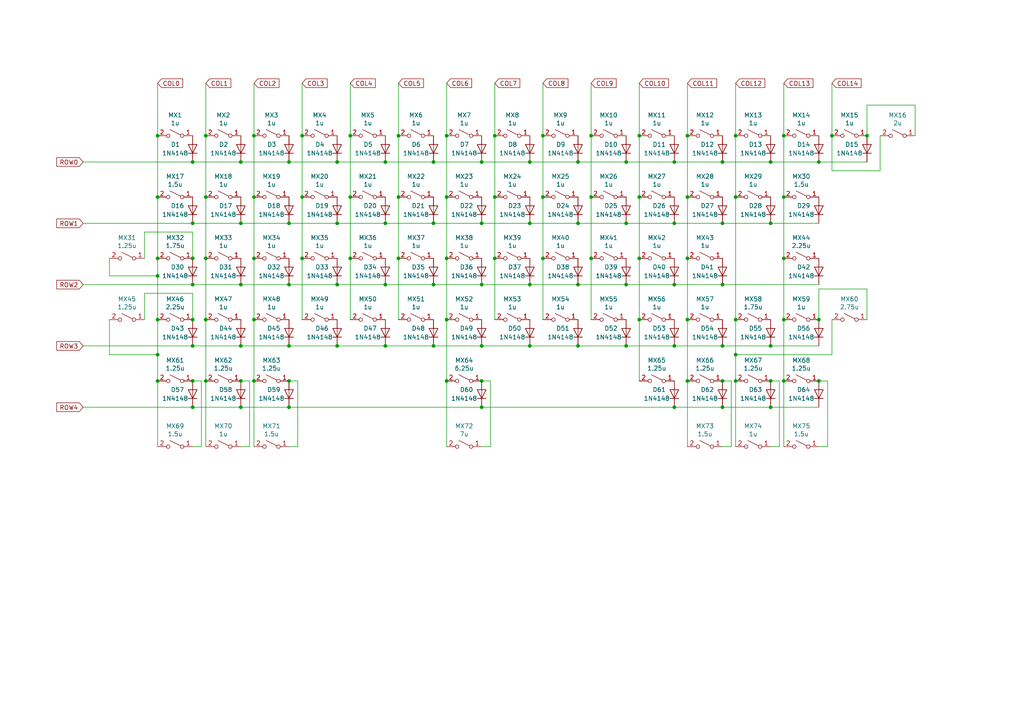
<source format=kicad_sch>
(kicad_sch (version 20210621) (generator eeschema)
  (paper "A4")
  (title_block (title "Bakeneko 60 V3") (date "2020-08-01") (rev "1") (comment 1 "Copyright © 2020 kkatano") (comment 2 "MIT License"))
  (lib_symbols
    (symbol "Device:D" (pin_numbers hide) (pin_names (offset 1.016) hide)
      (property "Reference" "D" (at 0 2.54 0))
      (property "Value" "Device_D" (at 0 -2.54 0))
      (symbol "D_0_1"
        (polyline (pts (xy -1.27 1.27) (xy -1.27 -1.27)) (stroke (width 0.2032)))
        (polyline (pts (xy 1.27 0) (xy -1.27 0)))
        (polyline (pts (xy 1.27 1.27) (xy 1.27 -1.27) (xy -1.27 0) (xy 1.27 1.27)) (stroke (width 0.2032)))
      )
      (symbol "D_1_1"
        (pin passive line (at -3.81 0 0) (length 2.54) (name "K") (number "1"))
        (pin passive line (at 3.81 0 180) (length 2.54) (name "A") (number "2"))
      )
    )
    (symbol "Switch:SW_SPST" (pin_names (offset 0) hide)
      (property "Reference" "SW" (at 0 3.175 0))
      (property "Value" "Switch_SW_SPST" (at 0 -2.54 0))
      (symbol "SW_SPST_0_0"
        (circle (center -2.032 0) (radius 0.508))
        (polyline (pts (xy -1.524 0.254) (xy 1.524 1.778)))
        (circle (center 2.032 0) (radius 0.508))
      )
      (symbol "SW_SPST_1_1"
        (pin passive line (at -5.08 0 0) (length 2.54) (name "A") (number "1"))
        (pin passive line (at 5.08 0 180) (length 2.54) (name "B") (number "2"))
      )
    )
  )
  (junction (at 167.64 64.77))
  (junction (at 101.6 74.93))
  (junction (at 73.66 39.37))
  (junction (at 139.7 100.33))
  (junction (at 45.72 102.87))
  (junction (at 157.48 39.37))
  (junction (at 209.55 46.99))
  (junction (at 55.88 82.55))
  (junction (at 97.79 100.33))
  (junction (at 129.54 39.37))
  (junction (at 237.49 110.49))
  (junction (at 213.36 92.71))
  (junction (at 83.82 82.55))
  (junction (at 139.7 64.77))
  (junction (at 241.3 39.37))
  (junction (at 59.69 74.93))
  (junction (at 139.7 118.11))
  (junction (at 181.61 64.77))
  (junction (at 45.72 39.37))
  (junction (at 223.52 110.49))
  (junction (at 55.88 74.93))
  (junction (at 209.55 100.33))
  (junction (at 111.76 64.77))
  (junction (at 129.54 74.93))
  (junction (at 223.52 100.33))
  (junction (at 55.88 92.71))
  (junction (at 227.33 74.93))
  (junction (at 213.36 102.87))
  (junction (at 73.66 110.49))
  (junction (at 55.88 110.49))
  (junction (at 209.55 82.55))
  (junction (at 55.88 64.77))
  (junction (at 59.69 92.71))
  (junction (at 143.51 39.37))
  (junction (at 101.6 39.37))
  (junction (at 237.49 92.71))
  (junction (at 139.7 82.55))
  (junction (at 101.6 57.15))
  (junction (at 55.88 46.99))
  (junction (at 213.36 39.37))
  (junction (at 195.58 82.55))
  (junction (at 143.51 74.93))
  (junction (at 227.33 57.15))
  (junction (at 209.55 64.77))
  (junction (at 69.85 118.11))
  (junction (at 185.42 57.15))
  (junction (at 97.79 64.77))
  (junction (at 181.61 82.55))
  (junction (at 73.66 92.71))
  (junction (at 199.39 110.49))
  (junction (at 139.7 46.99))
  (junction (at 167.64 46.99))
  (junction (at 181.61 46.99))
  (junction (at 59.69 39.37))
  (junction (at 125.73 100.33))
  (junction (at 87.63 74.93))
  (junction (at 195.58 46.99))
  (junction (at 181.61 100.33))
  (junction (at 69.85 110.49))
  (junction (at 55.88 100.33))
  (junction (at 195.58 64.77))
  (junction (at 59.69 57.15))
  (junction (at 223.52 46.99))
  (junction (at 199.39 39.37))
  (junction (at 97.79 46.99))
  (junction (at 209.55 118.11))
  (junction (at 111.76 46.99))
  (junction (at 45.72 80.01))
  (junction (at 83.82 118.11))
  (junction (at 195.58 118.11))
  (junction (at 87.63 39.37))
  (junction (at 185.42 39.37))
  (junction (at 129.54 110.49))
  (junction (at 167.64 82.55))
  (junction (at 167.64 100.33))
  (junction (at 83.82 110.49))
  (junction (at 73.66 74.93))
  (junction (at 69.85 64.77))
  (junction (at 69.85 100.33))
  (junction (at 237.49 46.99))
  (junction (at 55.88 118.11))
  (junction (at 251.46 39.37))
  (junction (at 213.36 57.15))
  (junction (at 97.79 82.55))
  (junction (at 115.57 57.15))
  (junction (at 157.48 74.93))
  (junction (at 111.76 82.55))
  (junction (at 45.72 92.71))
  (junction (at 69.85 46.99))
  (junction (at 125.73 46.99))
  (junction (at 209.55 110.49))
  (junction (at 153.67 100.33))
  (junction (at 157.48 57.15))
  (junction (at 45.72 110.49))
  (junction (at 199.39 57.15))
  (junction (at 45.72 57.15))
  (junction (at 213.36 110.49))
  (junction (at 171.45 39.37))
  (junction (at 45.72 74.93))
  (junction (at 227.33 39.37))
  (junction (at 185.42 92.71))
  (junction (at 59.69 110.49))
  (junction (at 69.85 82.55))
  (junction (at 111.76 100.33))
  (junction (at 195.58 100.33))
  (junction (at 139.7 110.49))
  (junction (at 115.57 74.93))
  (junction (at 223.52 118.11))
  (junction (at 227.33 110.49))
  (junction (at 125.73 64.77))
  (junction (at 227.33 92.71))
  (junction (at 153.67 46.99))
  (junction (at 153.67 82.55))
  (junction (at 223.52 64.77))
  (junction (at 115.57 39.37))
  (junction (at 83.82 46.99))
  (junction (at 83.82 100.33))
  (junction (at 83.82 64.77))
  (junction (at 87.63 57.15))
  (junction (at 129.54 92.71))
  (junction (at 171.45 57.15))
  (junction (at 199.39 92.71))
  (junction (at 73.66 57.15))
  (junction (at 143.51 57.15))
  (junction (at 153.67 64.77))
  (junction (at 199.39 74.93))
  (junction (at 125.73 82.55))
  (junction (at 129.54 57.15))
  (junction (at 185.42 74.93))
  (junction (at 171.45 74.93))
  (wire (pts (xy 55.88 110.49) (xy 58.42 110.49)))
  (wire (pts (xy 212.09 110.49) (xy 209.55 110.49)))
  (wire (pts (xy 157.48 92.71) (xy 157.48 74.93)))
  (wire (pts (xy 199.39 57.15) (xy 199.39 39.37)))
  (wire (pts (xy 45.72 39.37) (xy 45.72 57.15)))
  (wire (pts (xy 223.52 100.33) (xy 237.49 100.33)))
  (wire (pts (xy 185.42 24.13) (xy 185.42 39.37)))
  (wire (pts (xy 58.42 110.49) (xy 58.42 129.54)))
  (wire (pts (xy 115.57 39.37) (xy 115.57 24.13)))
  (wire (pts (xy 157.48 74.93) (xy 157.48 57.15)))
  (wire (pts (xy 59.69 39.37) (xy 59.69 24.13)))
  (wire (pts (xy 153.67 100.33) (xy 167.64 100.33)))
  (wire (pts (xy 226.06 129.54) (xy 223.52 129.54)))
  (wire (pts (xy 223.52 110.49) (xy 226.06 110.49)))
  (wire (pts (xy 45.72 110.49) (xy 45.72 129.54)))
  (wire (pts (xy 129.54 74.93) (xy 129.54 92.71)))
  (wire (pts (xy 209.55 82.55) (xy 237.49 82.55)))
  (wire (pts (xy 181.61 64.77) (xy 195.58 64.77)))
  (wire (pts (xy 143.51 92.71) (xy 143.51 74.93)))
  (wire (pts (xy 142.24 110.49) (xy 142.24 129.54)))
  (wire (pts (xy 251.46 83.82) (xy 237.49 83.82)))
  (wire (pts (xy 237.49 83.82) (xy 237.49 92.71)))
  (wire (pts (xy 83.82 82.55) (xy 69.85 82.55)))
  (wire (pts (xy 125.73 64.77) (xy 139.7 64.77)))
  (wire (pts (xy 143.51 74.93) (xy 143.51 57.15)))
  (wire (pts (xy 24.13 100.33) (xy 55.88 100.33)))
  (wire (pts (xy 83.82 118.11) (xy 69.85 118.11)))
  (wire (pts (xy 73.66 92.71) (xy 73.66 110.49)))
  (wire (pts (xy 240.03 110.49) (xy 240.03 129.54)))
  (wire (pts (xy 41.91 74.93) (xy 41.91 67.31)))
  (wire (pts (xy 73.66 57.15) (xy 73.66 74.93)))
  (wire (pts (xy 129.54 57.15) (xy 129.54 74.93)))
  (wire (pts (xy 87.63 74.93) (xy 87.63 57.15)))
  (wire (pts (xy 111.76 100.33) (xy 125.73 100.33)))
  (wire (pts (xy 185.42 39.37) (xy 185.42 57.15)))
  (wire (pts (xy 185.42 57.15) (xy 185.42 74.93)))
  (wire (pts (xy 45.72 74.93) (xy 45.72 80.01)))
  (wire (pts (xy 45.72 80.01) (xy 45.72 92.71)))
  (wire (pts (xy 213.36 39.37) (xy 213.36 57.15)))
  (wire (pts (xy 167.64 46.99) (xy 153.67 46.99)))
  (wire (pts (xy 209.55 100.33) (xy 223.52 100.33)))
  (wire (pts (xy 129.54 92.71) (xy 129.54 110.49)))
  (wire (pts (xy 55.88 67.31) (xy 55.88 74.93)))
  (wire (pts (xy 153.67 82.55) (xy 139.7 82.55)))
  (wire (pts (xy 69.85 110.49) (xy 72.39 110.49)))
  (wire (pts (xy 45.72 92.71) (xy 45.72 102.87)))
  (wire (pts (xy 45.72 102.87) (xy 45.72 110.49)))
  (wire (pts (xy 59.69 74.93) (xy 59.69 92.71)))
  (wire (pts (xy 59.69 92.71) (xy 59.69 110.49)))
  (wire (pts (xy 241.3 39.37) (xy 241.3 49.53)))
  (wire (pts (xy 31.75 102.87) (xy 45.72 102.87)))
  (wire (pts (xy 31.75 92.71) (xy 31.75 102.87)))
  (wire (pts (xy 153.67 46.99) (xy 139.7 46.99)))
  (wire (pts (xy 213.36 24.13) (xy 213.36 39.37)))
  (wire (pts (xy 199.39 110.49) (xy 199.39 129.54)))
  (wire (pts (xy 69.85 118.11) (xy 55.88 118.11)))
  (wire (pts (xy 265.43 39.37) (xy 265.43 30.48)))
  (wire (pts (xy 115.57 57.15) (xy 115.57 39.37)))
  (wire (pts (xy 157.48 39.37) (xy 157.48 24.13)))
  (wire (pts (xy 185.42 74.93) (xy 185.42 92.71)))
  (wire (pts (xy 240.03 129.54) (xy 237.49 129.54)))
  (wire (pts (xy 213.36 57.15) (xy 213.36 92.71)))
  (wire (pts (xy 199.39 110.49) (xy 199.39 92.71)))
  (wire (pts (xy 97.79 100.33) (xy 111.76 100.33)))
  (wire (pts (xy 139.7 110.49) (xy 142.24 110.49)))
  (wire (pts (xy 209.55 118.11) (xy 195.58 118.11)))
  (wire (pts (xy 55.88 92.71) (xy 55.88 85.09)))
  (wire (pts (xy 55.88 85.09) (xy 41.91 85.09)))
  (wire (pts (xy 41.91 85.09) (xy 41.91 92.71)))
  (wire (pts (xy 73.66 24.13) (xy 73.66 39.37)))
  (wire (pts (xy 139.7 46.99) (xy 125.73 46.99)))
  (wire (pts (xy 227.33 92.71) (xy 227.33 110.49)))
  (wire (pts (xy 143.51 57.15) (xy 143.51 39.37)))
  (wire (pts (xy 139.7 100.33) (xy 153.67 100.33)))
  (wire (pts (xy 101.6 74.93) (xy 101.6 92.71)))
  (wire (pts (xy 241.3 49.53) (xy 255.27 49.53)))
  (wire (pts (xy 45.72 24.13) (xy 45.72 39.37)))
  (wire (pts (xy 199.39 92.71) (xy 199.39 74.93)))
  (wire (pts (xy 237.49 110.49) (xy 240.03 110.49)))
  (wire (pts (xy 171.45 39.37) (xy 171.45 57.15)))
  (wire (pts (xy 251.46 30.48) (xy 251.46 39.37)))
  (wire (pts (xy 143.51 39.37) (xy 143.51 24.13)))
  (wire (pts (xy 212.09 129.54) (xy 212.09 110.49)))
  (wire (pts (xy 31.75 74.93) (xy 31.75 80.01)))
  (wire (pts (xy 73.66 129.54) (xy 73.66 110.49)))
  (wire (pts (xy 199.39 39.37) (xy 199.39 24.13)))
  (wire (pts (xy 125.73 82.55) (xy 111.76 82.55)))
  (wire (pts (xy 101.6 39.37) (xy 101.6 57.15)))
  (wire (pts (xy 139.7 118.11) (xy 195.58 118.11)))
  (wire (pts (xy 83.82 100.33) (xy 97.79 100.33)))
  (wire (pts (xy 31.75 80.01) (xy 45.72 80.01)))
  (wire (pts (xy 87.63 92.71) (xy 87.63 74.93)))
  (wire (pts (xy 199.39 74.93) (xy 199.39 57.15)))
  (wire (pts (xy 115.57 74.93) (xy 115.57 57.15)))
  (wire (pts (xy 83.82 46.99) (xy 69.85 46.99)))
  (wire (pts (xy 227.33 57.15) (xy 227.33 74.93)))
  (wire (pts (xy 41.91 67.31) (xy 55.88 67.31)))
  (wire (pts (xy 69.85 100.33) (xy 83.82 100.33)))
  (wire (pts (xy 55.88 100.33) (xy 69.85 100.33)))
  (wire (pts (xy 181.61 82.55) (xy 167.64 82.55)))
  (wire (pts (xy 227.33 24.13) (xy 227.33 39.37)))
  (wire (pts (xy 139.7 64.77) (xy 153.67 64.77)))
  (wire (pts (xy 125.73 46.99) (xy 111.76 46.99)))
  (wire (pts (xy 72.39 110.49) (xy 72.39 129.54)))
  (wire (pts (xy 213.36 102.87) (xy 213.36 110.49)))
  (wire (pts (xy 213.36 92.71) (xy 213.36 102.87)))
  (wire (pts (xy 24.13 46.99) (xy 55.88 46.99)))
  (wire (pts (xy 83.82 110.49) (xy 86.36 110.49)))
  (wire (pts (xy 226.06 110.49) (xy 226.06 129.54)))
  (wire (pts (xy 142.24 129.54) (xy 139.7 129.54)))
  (wire (pts (xy 125.73 100.33) (xy 139.7 100.33)))
  (wire (pts (xy 223.52 64.77) (xy 237.49 64.77)))
  (wire (pts (xy 129.54 39.37) (xy 129.54 57.15)))
  (wire (pts (xy 97.79 46.99) (xy 83.82 46.99)))
  (wire (pts (xy 227.33 110.49) (xy 227.33 129.54)))
  (wire (pts (xy 115.57 92.71) (xy 115.57 74.93)))
  (wire (pts (xy 73.66 39.37) (xy 73.66 57.15)))
  (wire (pts (xy 83.82 64.77) (xy 97.79 64.77)))
  (wire (pts (xy 153.67 64.77) (xy 167.64 64.77)))
  (wire (pts (xy 251.46 46.99) (xy 237.49 46.99)))
  (wire (pts (xy 24.13 118.11) (xy 55.88 118.11)))
  (wire (pts (xy 59.69 74.93) (xy 59.69 57.15)))
  (wire (pts (xy 101.6 57.15) (xy 101.6 74.93)))
  (wire (pts (xy 223.52 46.99) (xy 209.55 46.99)))
  (wire (pts (xy 167.64 82.55) (xy 153.67 82.55)))
  (wire (pts (xy 111.76 82.55) (xy 97.79 82.55)))
  (wire (pts (xy 72.39 129.54) (xy 69.85 129.54)))
  (wire (pts (xy 87.63 39.37) (xy 87.63 24.13)))
  (wire (pts (xy 209.55 82.55) (xy 195.58 82.55)))
  (wire (pts (xy 129.54 24.13) (xy 129.54 39.37)))
  (wire (pts (xy 213.36 110.49) (xy 213.36 129.54)))
  (wire (pts (xy 111.76 46.99) (xy 97.79 46.99)))
  (wire (pts (xy 209.55 64.77) (xy 223.52 64.77)))
  (wire (pts (xy 167.64 64.77) (xy 181.61 64.77)))
  (wire (pts (xy 101.6 24.13) (xy 101.6 39.37)))
  (wire (pts (xy 167.64 100.33) (xy 181.61 100.33)))
  (wire (pts (xy 223.52 118.11) (xy 209.55 118.11)))
  (wire (pts (xy 97.79 82.55) (xy 83.82 82.55)))
  (wire (pts (xy 45.72 57.15) (xy 45.72 74.93)))
  (wire (pts (xy 181.61 100.33) (xy 195.58 100.33)))
  (wire (pts (xy 139.7 118.11) (xy 83.82 118.11)))
  (wire (pts (xy 209.55 46.99) (xy 195.58 46.99)))
  (wire (pts (xy 227.33 57.15) (xy 227.33 39.37)))
  (wire (pts (xy 86.36 129.54) (xy 83.82 129.54)))
  (wire (pts (xy 195.58 64.77) (xy 209.55 64.77)))
  (wire (pts (xy 195.58 100.33) (xy 209.55 100.33)))
  (wire (pts (xy 241.3 92.71) (xy 241.3 102.87)))
  (wire (pts (xy 58.42 129.54) (xy 55.88 129.54)))
  (wire (pts (xy 237.49 46.99) (xy 223.52 46.99)))
  (wire (pts (xy 251.46 92.71) (xy 251.46 83.82)))
  (wire (pts (xy 129.54 110.49) (xy 129.54 129.54)))
  (wire (pts (xy 55.88 64.77) (xy 69.85 64.77)))
  (wire (pts (xy 24.13 82.55) (xy 55.88 82.55)))
  (wire (pts (xy 73.66 74.93) (xy 73.66 92.71)))
  (wire (pts (xy 59.69 57.15) (xy 59.69 39.37)))
  (wire (pts (xy 185.42 92.71) (xy 185.42 110.49)))
  (wire (pts (xy 213.36 102.87) (xy 241.3 102.87)))
  (wire (pts (xy 171.45 74.93) (xy 171.45 92.71)))
  (wire (pts (xy 86.36 110.49) (xy 86.36 129.54)))
  (wire (pts (xy 181.61 46.99) (xy 167.64 46.99)))
  (wire (pts (xy 59.69 110.49) (xy 59.69 129.54)))
  (wire (pts (xy 265.43 30.48) (xy 251.46 30.48)))
  (wire (pts (xy 255.27 49.53) (xy 255.27 39.37)))
  (wire (pts (xy 111.76 64.77) (xy 125.73 64.77)))
  (wire (pts (xy 209.55 129.54) (xy 212.09 129.54)))
  (wire (pts (xy 241.3 24.13) (xy 241.3 39.37)))
  (wire (pts (xy 69.85 82.55) (xy 55.88 82.55)))
  (wire (pts (xy 227.33 92.71) (xy 227.33 74.93)))
  (wire (pts (xy 237.49 118.11) (xy 223.52 118.11)))
  (wire (pts (xy 139.7 82.55) (xy 125.73 82.55)))
  (wire (pts (xy 55.88 64.77) (xy 24.13 64.77)))
  (wire (pts (xy 195.58 82.55) (xy 181.61 82.55)))
  (wire (pts (xy 171.45 57.15) (xy 171.45 74.93)))
  (wire (pts (xy 69.85 64.77) (xy 83.82 64.77)))
  (wire (pts (xy 97.79 64.77) (xy 111.76 64.77)))
  (wire (pts (xy 195.58 46.99) (xy 181.61 46.99)))
  (wire (pts (xy 157.48 57.15) (xy 157.48 39.37)))
  (wire (pts (xy 69.85 46.99) (xy 55.88 46.99)))
  (wire (pts (xy 87.63 57.15) (xy 87.63 39.37)))
  (wire (pts (xy 171.45 24.13) (xy 171.45 39.37)))
  (global_label "ROW4" (shape input) (at 24.13 118.11 180) (property "Intersheet References" "${INTERSHEET_REFS}" (effects hide)))
  (global_label "COL7" (shape input) (at 143.51 24.13 0) (property "Intersheet References" "${INTERSHEET_REFS}" (effects hide)))
  (global_label "ROW1" (shape input) (at 24.13 64.77 180) (property "Intersheet References" "${INTERSHEET_REFS}" (effects hide)))
  (global_label "COL13" (shape input) (at 227.33 24.13 0) (property "Intersheet References" "${INTERSHEET_REFS}" (effects hide)))
  (global_label "COL11" (shape input) (at 199.39 24.13 0) (property "Intersheet References" "${INTERSHEET_REFS}" (effects hide)))
  (global_label "COL1" (shape input) (at 59.69 24.13 0) (property "Intersheet References" "${INTERSHEET_REFS}" (effects hide)))
  (global_label "COL0" (shape input) (at 45.72 24.13 0) (property "Intersheet References" "${INTERSHEET_REFS}" (effects hide)))
  (global_label "COL3" (shape input) (at 87.63 24.13 0) (property "Intersheet References" "${INTERSHEET_REFS}" (effects hide)))
  (global_label "ROW3" (shape input) (at 24.13 100.33 180) (property "Intersheet References" "${INTERSHEET_REFS}" (effects hide)))
  (global_label "COL4" (shape input) (at 101.6 24.13 0) (property "Intersheet References" "${INTERSHEET_REFS}" (effects hide)))
  (global_label "COL12" (shape input) (at 213.36 24.13 0) (property "Intersheet References" "${INTERSHEET_REFS}" (effects hide)))
  (global_label "COL8" (shape input) (at 157.48 24.13 0) (property "Intersheet References" "${INTERSHEET_REFS}" (effects hide)))
  (global_label "COL2" (shape input) (at 73.66 24.13 0) (property "Intersheet References" "${INTERSHEET_REFS}" (effects hide)))
  (global_label "ROW2" (shape input) (at 24.13 82.55 180) (property "Intersheet References" "${INTERSHEET_REFS}" (effects hide)))
  (global_label "COL10" (shape input) (at 185.42 24.13 0) (property "Intersheet References" "${INTERSHEET_REFS}" (effects hide)))
  (global_label "COL6" (shape input) (at 129.54 24.13 0) (property "Intersheet References" "${INTERSHEET_REFS}" (effects hide)))
  (global_label "COL14" (shape input) (at 241.3 24.13 0) (property "Intersheet References" "${INTERSHEET_REFS}" (effects hide)))
  (global_label "ROW0" (shape input) (at 24.13 46.99 180) (property "Intersheet References" "${INTERSHEET_REFS}" (effects hide)))
  (global_label "COL5" (shape input) (at 115.57 24.13 0) (property "Intersheet References" "${INTERSHEET_REFS}" (effects hide)))
  (global_label "COL9" (shape input) (at 171.45 24.13 0) (property "Intersheet References" "${INTERSHEET_REFS}" (effects hide)))
  (symbol (lib_id "Switch:SW_SPST") (at 246.38 92.71 0) (mirror y) (unit 1)
    (property "Reference" "MX60" (at 246.38 86.741 0))
    (property "Value" "2.75u" (at 246.38 89.0524 0))
    (property "Footprint" "MX_Only:MXOnly-2.75U-Hotswap" (effects hide))
  )
  (symbol (lib_id "Switch:SW_SPST") (at 218.44 129.54 0) (mirror y) (unit 1)
    (property "Reference" "MX74" (at 218.44 123.571 0))
    (property "Value" "1u" (at 218.44 125.8824 0))
    (property "Footprint" "MX_Only:MXOnly-1U-Hotswap" (effects hide))
  )
  (symbol (lib_id "Switch:SW_SPST") (at 232.41 129.54 0) (mirror y) (unit 1)
    (property "Reference" "MX75" (at 232.41 123.571 0))
    (property "Value" "1.5u" (at 232.41 125.8824 0))
    (property "Footprint" "MX_Only:MXOnly-1.5U-Hotswap" (effects hide))
  )
  (symbol (lib_id "Switch:SW_SPST") (at 134.62 129.54 0) (mirror y) (unit 1)
    (property "Reference" "MX72" (at 134.62 123.571 0))
    (property "Value" "7u" (at 134.62 125.8824 0))
    (property "Footprint" "MX_Only:MXOnly-7U-Hotswap" (effects hide))
  )
  (symbol (lib_id "Switch:SW_SPST") (at 50.8 129.54 0) (mirror y) (unit 1)
    (property "Reference" "MX69" (at 50.8 123.571 0))
    (property "Value" "1.5u" (at 50.8 125.8824 0))
    (property "Footprint" "MX_Only:MXOnly-1.5U-Hotswap" (effects hide))
  )
  (symbol (lib_id "Switch:SW_SPST") (at 64.77 129.54 0) (mirror y) (unit 1)
    (property "Reference" "MX70" (at 64.77 123.571 0))
    (property "Value" "1u" (at 64.77 125.8824 0))
    (property "Footprint" "MX_Only:MXOnly-1U-Hotswap" (effects hide))
  )
  (symbol (lib_id "Switch:SW_SPST") (at 78.74 129.54 0) (mirror y) (unit 1)
    (property "Reference" "MX71" (at 78.74 123.571 0))
    (property "Value" "1.5u" (at 78.74 125.8824 0))
    (property "Footprint" "MX_Only:MXOnly-1.5U-Hotswap" (effects hide))
  )
  (symbol (lib_id "Switch:SW_SPST") (at 50.8 57.15 0) (mirror y) (unit 1)
    (property "Reference" "MX17" (at 50.8 51.181 0))
    (property "Value" "1.5u" (at 50.8 53.4924 0))
    (property "Footprint" "MX_Only:MXOnly-1.5U-Hotswap" (effects hide))
  )
  (symbol (lib_id "Switch:SW_SPST") (at 106.68 39.37 0) (mirror y) (unit 1)
    (property "Reference" "MX5" (at 106.68 33.401 0))
    (property "Value" "1u" (at 106.68 35.7124 0))
    (property "Footprint" "MX_Only:MXOnly-1U-Hotswap" (effects hide))
  )
  (symbol (lib_id "Switch:SW_SPST") (at 36.83 74.93 0) (mirror y) (unit 1)
    (property "Reference" "MX31" (at 36.83 68.961 0))
    (property "Value" "1.25u" (at 36.83 71.2724 0))
    (property "Footprint" "MX_Only:MXOnly-1.25U-Hotswap" (effects hide))
  )
  (symbol (lib_id "Switch:SW_SPST") (at 260.35 39.37 0) (mirror y) (unit 1)
    (property "Reference" "MX16" (at 260.35 33.401 0))
    (property "Value" "2u" (at 260.35 35.7124 0))
    (property "Footprint" "MX_Only:MXOnly-2U-Hotswap" (effects hide))
  )
  (symbol (lib_id "Switch:SW_SPST") (at 204.47 129.54 0) (mirror y) (unit 1)
    (property "Reference" "MX73" (at 204.47 123.571 0))
    (property "Value" "1.5u" (at 204.47 125.8824 0))
    (property "Footprint" "MX_Only:MXOnly-1.5U-Hotswap" (effects hide))
  )
  (symbol (lib_id "Switch:SW_SPST") (at 50.8 74.93 0) (mirror y) (unit 1)
    (property "Reference" "MX32" (at 50.8 68.961 0))
    (property "Value" "1.75u" (at 50.8 71.2724 0))
    (property "Footprint" "MX_Only:MXOnly-1.75U-Hotswap" (effects hide))
  )
  (symbol (lib_id "Switch:SW_SPST") (at 50.8 92.71 0) (mirror y) (unit 1)
    (property "Reference" "MX46" (at 50.8 86.741 0))
    (property "Value" "2.25u" (at 50.8 89.0524 0))
    (property "Footprint" "MX_Only:MXOnly-2.25U-Hotswap" (effects hide))
  )
  (symbol (lib_id "Device:D") (at 237.49 114.3 90) (unit 1)
    (property "Reference" "D64" (at 231.14 113.03 90) (effects (justify right)))
    (property "Value" "1N4148" (at 228.6 115.57 90) (effects (justify right)))
    (property "Footprint" "Diode_SMD:D_SOD-123" (effects hide))
    (property "LCSC Part #" "C81598" (effects hide))
  )
  (symbol (lib_id "Switch:SW_SPST") (at 232.41 110.49 0) (mirror y) (unit 1)
    (property "Reference" "MX68" (at 232.41 104.521 0))
    (property "Value" "1.25u" (at 232.41 106.8324 0))
    (property "Footprint" "MX_Only:MXOnly-1.25U-Hotswap" (effects hide))
  )
  (symbol (lib_id "Device:D") (at 223.52 114.3 90) (unit 1)
    (property "Reference" "D63" (at 217.17 113.03 90) (effects (justify right)))
    (property "Value" "1N4148" (at 214.63 115.57 90) (effects (justify right)))
    (property "Footprint" "Diode_SMD:D_SOD-123" (effects hide))
    (property "LCSC Part #" "C81598" (effects hide))
  )
  (symbol (lib_id "Switch:SW_SPST") (at 218.44 110.49 0) (mirror y) (unit 1)
    (property "Reference" "MX67" (at 218.44 104.521 0))
    (property "Value" "1.25u" (at 218.44 106.8324 0))
    (property "Footprint" "MX_Only:MXOnly-1.25U-Hotswap" (effects hide))
  )
  (symbol (lib_id "Device:D") (at 209.55 114.3 90) (unit 1)
    (property "Reference" "D62" (at 203.2 113.03 90) (effects (justify right)))
    (property "Value" "1N4148" (at 200.66 115.57 90) (effects (justify right)))
    (property "Footprint" "Diode_SMD:D_SOD-123" (effects hide))
    (property "LCSC Part #" "C81598" (effects hide))
  )
  (symbol (lib_id "Switch:SW_SPST") (at 204.47 110.49 0) (mirror y) (unit 1)
    (property "Reference" "MX66" (at 204.47 104.521 0))
    (property "Value" "1.25u" (at 204.47 106.8324 0))
    (property "Footprint" "MX_Only:MXOnly-1.25U-Hotswap" (effects hide))
  )
  (symbol (lib_id "Device:D") (at 195.58 114.3 90) (unit 1)
    (property "Reference" "D61" (at 189.23 113.03 90) (effects (justify right)))
    (property "Value" "1N4148" (at 186.69 115.57 90) (effects (justify right)))
    (property "Footprint" "Diode_SMD:D_SOD-123" (effects hide))
    (property "LCSC Part #" "C81598" (effects hide))
  )
  (symbol (lib_id "Switch:SW_SPST") (at 190.5 110.49 0) (mirror y) (unit 1)
    (property "Reference" "MX65" (at 190.5 104.521 0))
    (property "Value" "1.25u" (at 190.5 106.8324 0))
    (property "Footprint" "MX_Only:MXOnly-1.25U-Hotswap" (effects hide))
  )
  (symbol (lib_id "Device:D") (at 139.7 114.3 90) (unit 1)
    (property "Reference" "D60" (at 133.35 113.03 90) (effects (justify right)))
    (property "Value" "1N4148" (at 130.81 115.57 90) (effects (justify right)))
    (property "Footprint" "Diode_SMD:D_SOD-123" (effects hide))
    (property "LCSC Part #" "C81598" (effects hide))
  )
  (symbol (lib_id "Switch:SW_SPST") (at 134.62 110.49 0) (mirror y) (unit 1)
    (property "Reference" "MX64" (at 134.62 104.521 0))
    (property "Value" "6.25u" (at 134.62 106.8324 0))
    (property "Footprint" "MX_Only:MXOnly-6.25U-Hotswap-ReversedStabilizers" (effects hide))
  )
  (symbol (lib_id "Device:D") (at 83.82 114.3 90) (unit 1)
    (property "Reference" "D59" (at 77.47 113.03 90) (effects (justify right)))
    (property "Value" "1N4148" (at 74.93 115.57 90) (effects (justify right)))
    (property "Footprint" "Diode_SMD:D_SOD-123" (effects hide))
    (property "LCSC Part #" "C81598" (effects hide))
  )
  (symbol (lib_id "Switch:SW_SPST") (at 78.74 110.49 0) (mirror y) (unit 1)
    (property "Reference" "MX63" (at 78.74 104.521 0))
    (property "Value" "1.25u" (at 78.74 106.8324 0))
    (property "Footprint" "MX_Only:MXOnly-1.25U-Hotswap" (effects hide))
  )
  (symbol (lib_id "Device:D") (at 69.85 114.3 90) (unit 1)
    (property "Reference" "D58" (at 63.5 113.03 90) (effects (justify right)))
    (property "Value" "1N4148" (at 60.96 115.57 90) (effects (justify right)))
    (property "Footprint" "Diode_SMD:D_SOD-123" (effects hide))
    (property "LCSC Part #" "C81598" (effects hide))
  )
  (symbol (lib_id "Switch:SW_SPST") (at 64.77 110.49 0) (mirror y) (unit 1)
    (property "Reference" "MX62" (at 64.77 104.521 0))
    (property "Value" "1.25u" (at 64.77 106.8324 0))
    (property "Footprint" "MX_Only:MXOnly-1.25U-Hotswap" (effects hide))
  )
  (symbol (lib_id "Device:D") (at 55.88 114.3 90) (unit 1)
    (property "Reference" "D57" (at 49.53 113.03 90) (effects (justify right)))
    (property "Value" "1N4148" (at 46.99 115.57 90) (effects (justify right)))
    (property "Footprint" "Diode_SMD:D_SOD-123" (effects hide))
    (property "LCSC Part #" "C81598" (effects hide))
  )
  (symbol (lib_id "Switch:SW_SPST") (at 50.8 110.49 0) (mirror y) (unit 1)
    (property "Reference" "MX61" (at 50.8 104.521 0))
    (property "Value" "1.25u" (at 50.8 106.8324 0))
    (property "Footprint" "MX_Only:MXOnly-1.25U-Hotswap" (effects hide))
  )
  (symbol (lib_id "Device:D") (at 237.49 96.52 90) (unit 1)
    (property "Reference" "D56" (at 231.14 95.25 90) (effects (justify right)))
    (property "Value" "1N4148" (at 228.6 97.79 90) (effects (justify right)))
    (property "Footprint" "Diode_SMD:D_SOD-123" (effects hide))
    (property "LCSC Part #" "C81598" (effects hide))
  )
  (symbol (lib_id "Switch:SW_SPST") (at 232.41 92.71 0) (mirror y) (unit 1)
    (property "Reference" "MX59" (at 232.41 86.741 0))
    (property "Value" "1u" (at 232.41 89.0524 0))
    (property "Footprint" "MX_Only:MXOnly-1U-Hotswap" (effects hide))
  )
  (symbol (lib_id "Device:D") (at 223.52 96.52 90) (unit 1)
    (property "Reference" "D55" (at 217.17 95.25 90) (effects (justify right)))
    (property "Value" "1N4148" (at 214.63 97.79 90) (effects (justify right)))
    (property "Footprint" "Diode_SMD:D_SOD-123" (effects hide))
    (property "LCSC Part #" "C81598" (effects hide))
  )
  (symbol (lib_id "Switch:SW_SPST") (at 218.44 92.71 0) (mirror y) (unit 1)
    (property "Reference" "MX58" (at 218.44 86.741 0))
    (property "Value" "1.75u" (at 218.44 89.0524 0))
    (property "Footprint" "MX_Only:MXOnly-1.75U-Hotswap" (effects hide))
  )
  (symbol (lib_id "Device:D") (at 209.55 96.52 90) (unit 1)
    (property "Reference" "D54" (at 203.2 95.25 90) (effects (justify right)))
    (property "Value" "1N4148" (at 200.66 97.79 90) (effects (justify right)))
    (property "Footprint" "Diode_SMD:D_SOD-123" (effects hide))
    (property "LCSC Part #" "C81598" (effects hide))
  )
  (symbol (lib_id "Switch:SW_SPST") (at 204.47 92.71 0) (mirror y) (unit 1)
    (property "Reference" "MX57" (at 204.47 86.741 0))
    (property "Value" "1u" (at 204.47 89.0524 0))
    (property "Footprint" "MX_Only:MXOnly-1U-Hotswap" (effects hide))
  )
  (symbol (lib_id "Device:D") (at 195.58 96.52 90) (unit 1)
    (property "Reference" "D53" (at 189.23 95.25 90) (effects (justify right)))
    (property "Value" "1N4148" (at 186.69 97.79 90) (effects (justify right)))
    (property "Footprint" "Diode_SMD:D_SOD-123" (effects hide))
    (property "LCSC Part #" "C81598" (effects hide))
  )
  (symbol (lib_id "Switch:SW_SPST") (at 190.5 92.71 0) (mirror y) (unit 1)
    (property "Reference" "MX56" (at 190.5 86.741 0))
    (property "Value" "1u" (at 190.5 89.0524 0))
    (property "Footprint" "MX_Only:MXOnly-1U-Hotswap" (effects hide))
  )
  (symbol (lib_id "Device:D") (at 181.61 96.52 90) (unit 1)
    (property "Reference" "D52" (at 175.26 95.25 90) (effects (justify right)))
    (property "Value" "1N4148" (at 172.72 97.79 90) (effects (justify right)))
    (property "Footprint" "Diode_SMD:D_SOD-123" (effects hide))
    (property "LCSC Part #" "C81598" (effects hide))
  )
  (symbol (lib_id "Switch:SW_SPST") (at 176.53 92.71 0) (mirror y) (unit 1)
    (property "Reference" "MX55" (at 176.53 86.741 0))
    (property "Value" "1u" (at 176.53 89.0524 0))
    (property "Footprint" "MX_Only:MXOnly-1U-Hotswap" (effects hide))
  )
  (symbol (lib_id "Device:D") (at 167.64 96.52 90) (unit 1)
    (property "Reference" "D51" (at 161.29 95.25 90) (effects (justify right)))
    (property "Value" "1N4148" (at 158.75 97.79 90) (effects (justify right)))
    (property "Footprint" "Diode_SMD:D_SOD-123" (effects hide))
    (property "LCSC Part #" "C81598" (effects hide))
  )
  (symbol (lib_id "Switch:SW_SPST") (at 162.56 92.71 0) (mirror y) (unit 1)
    (property "Reference" "MX54" (at 162.56 86.741 0))
    (property "Value" "1u" (at 162.56 89.0524 0))
    (property "Footprint" "MX_Only:MXOnly-1U-Hotswap" (effects hide))
  )
  (symbol (lib_id "Device:D") (at 153.67 96.52 90) (unit 1)
    (property "Reference" "D50" (at 147.32 95.25 90) (effects (justify right)))
    (property "Value" "1N4148" (at 144.78 97.79 90) (effects (justify right)))
    (property "Footprint" "Diode_SMD:D_SOD-123" (effects hide))
    (property "LCSC Part #" "C81598" (effects hide))
  )
  (symbol (lib_id "Switch:SW_SPST") (at 148.59 92.71 0) (mirror y) (unit 1)
    (property "Reference" "MX53" (at 148.59 86.741 0))
    (property "Value" "1u" (at 148.59 89.0524 0))
    (property "Footprint" "MX_Only:MXOnly-1U-Hotswap" (effects hide))
  )
  (symbol (lib_id "Device:D") (at 139.7 96.52 90) (unit 1)
    (property "Reference" "D49" (at 133.35 95.25 90) (effects (justify right)))
    (property "Value" "1N4148" (at 130.81 97.79 90) (effects (justify right)))
    (property "Footprint" "Diode_SMD:D_SOD-123" (effects hide))
    (property "LCSC Part #" "C81598" (effects hide))
  )
  (symbol (lib_id "Switch:SW_SPST") (at 134.62 92.71 0) (mirror y) (unit 1)
    (property "Reference" "MX52" (at 134.62 86.741 0))
    (property "Value" "1u" (at 134.62 89.0524 0))
    (property "Footprint" "MX_Only:MXOnly-1U-Hotswap" (effects hide))
  )
  (symbol (lib_id "Device:D") (at 125.73 96.52 90) (unit 1)
    (property "Reference" "D48" (at 119.38 95.25 90) (effects (justify right)))
    (property "Value" "1N4148" (at 116.84 97.79 90) (effects (justify right)))
    (property "Footprint" "Diode_SMD:D_SOD-123" (effects hide))
    (property "LCSC Part #" "C81598" (effects hide))
  )
  (symbol (lib_id "Switch:SW_SPST") (at 120.65 92.71 0) (mirror y) (unit 1)
    (property "Reference" "MX51" (at 120.65 86.741 0))
    (property "Value" "1u" (at 120.65 89.0524 0))
    (property "Footprint" "MX_Only:MXOnly-1U-Hotswap" (effects hide))
  )
  (symbol (lib_id "Device:D") (at 111.76 96.52 90) (unit 1)
    (property "Reference" "D47" (at 105.41 95.25 90) (effects (justify right)))
    (property "Value" "1N4148" (at 102.87 97.79 90) (effects (justify right)))
    (property "Footprint" "Diode_SMD:D_SOD-123" (effects hide))
    (property "LCSC Part #" "C81598" (effects hide))
  )
  (symbol (lib_id "Switch:SW_SPST") (at 106.68 92.71 0) (mirror y) (unit 1)
    (property "Reference" "MX50" (at 106.68 86.741 0))
    (property "Value" "1u" (at 106.68 89.0524 0))
    (property "Footprint" "MX_Only:MXOnly-1U-Hotswap" (effects hide))
  )
  (symbol (lib_id "Device:D") (at 97.79 96.52 90) (unit 1)
    (property "Reference" "D46" (at 91.44 95.25 90) (effects (justify right)))
    (property "Value" "1N4148" (at 88.9 97.79 90) (effects (justify right)))
    (property "Footprint" "Diode_SMD:D_SOD-123" (effects hide))
    (property "LCSC Part #" "C81598" (effects hide))
  )
  (symbol (lib_id "Switch:SW_SPST") (at 92.71 92.71 0) (mirror y) (unit 1)
    (property "Reference" "MX49" (at 92.71 86.741 0))
    (property "Value" "1u" (at 92.71 89.0524 0))
    (property "Footprint" "MX_Only:MXOnly-1U-Hotswap" (effects hide))
  )
  (symbol (lib_id "Device:D") (at 83.82 96.52 90) (unit 1)
    (property "Reference" "D45" (at 77.47 95.25 90) (effects (justify right)))
    (property "Value" "1N4148" (at 74.93 97.79 90) (effects (justify right)))
    (property "Footprint" "Diode_SMD:D_SOD-123" (effects hide))
    (property "LCSC Part #" "C81598" (effects hide))
  )
  (symbol (lib_id "Switch:SW_SPST") (at 78.74 92.71 0) (mirror y) (unit 1)
    (property "Reference" "MX48" (at 78.74 86.741 0))
    (property "Value" "1u" (at 78.74 89.0524 0))
    (property "Footprint" "MX_Only:MXOnly-1U-Hotswap" (effects hide))
  )
  (symbol (lib_id "Device:D") (at 55.88 96.52 90) (unit 1)
    (property "Reference" "D43" (at 49.53 95.25 90) (effects (justify right)))
    (property "Value" "1N4148" (at 46.99 97.79 90) (effects (justify right)))
    (property "Footprint" "Diode_SMD:D_SOD-123" (effects hide))
    (property "LCSC Part #" "C81598" (effects hide))
  )
  (symbol (lib_id "Device:D") (at 237.49 78.74 90) (unit 1)
    (property "Reference" "D42" (at 231.14 77.47 90) (effects (justify right)))
    (property "Value" "1N4148" (at 228.6 80.01 90) (effects (justify right)))
    (property "Footprint" "Diode_SMD:D_SOD-123" (effects hide))
    (property "LCSC Part #" "C81598" (effects hide))
  )
  (symbol (lib_id "Switch:SW_SPST") (at 232.41 74.93 0) (mirror y) (unit 1)
    (property "Reference" "MX44" (at 232.41 68.961 0))
    (property "Value" "2.25u" (at 232.41 71.2724 0))
    (property "Footprint" "MX_Only:MXOnly-2.25U-Hotswap" (effects hide))
  )
  (symbol (lib_id "Device:D") (at 209.55 78.74 90) (unit 1)
    (property "Reference" "D41" (at 203.2 77.47 90) (effects (justify right)))
    (property "Value" "1N4148" (at 200.66 80.01 90) (effects (justify right)))
    (property "Footprint" "Diode_SMD:D_SOD-123" (effects hide))
    (property "LCSC Part #" "C81598" (effects hide))
  )
  (symbol (lib_id "Switch:SW_SPST") (at 204.47 74.93 0) (mirror y) (unit 1)
    (property "Reference" "MX43" (at 204.47 68.961 0))
    (property "Value" "1u" (at 204.47 71.2724 0))
    (property "Footprint" "MX_Only:MXOnly-1U-Hotswap" (effects hide))
  )
  (symbol (lib_id "Device:D") (at 195.58 78.74 90) (unit 1)
    (property "Reference" "D40" (at 189.23 77.47 90) (effects (justify right)))
    (property "Value" "1N4148" (at 186.69 80.01 90) (effects (justify right)))
    (property "Footprint" "Diode_SMD:D_SOD-123" (effects hide))
    (property "LCSC Part #" "C81598" (effects hide))
  )
  (symbol (lib_id "Switch:SW_SPST") (at 190.5 74.93 0) (mirror y) (unit 1)
    (property "Reference" "MX42" (at 190.5 68.961 0))
    (property "Value" "1u" (at 190.5 71.2724 0))
    (property "Footprint" "MX_Only:MXOnly-1U-Hotswap" (effects hide))
  )
  (symbol (lib_id "Device:D") (at 181.61 78.74 90) (unit 1)
    (property "Reference" "D39" (at 175.26 77.47 90) (effects (justify right)))
    (property "Value" "1N4148" (at 172.72 80.01 90) (effects (justify right)))
    (property "Footprint" "Diode_SMD:D_SOD-123" (effects hide))
    (property "LCSC Part #" "C81598" (effects hide))
  )
  (symbol (lib_id "Switch:SW_SPST") (at 176.53 74.93 0) (mirror y) (unit 1)
    (property "Reference" "MX41" (at 176.53 68.961 0))
    (property "Value" "1u" (at 176.53 71.2724 0))
    (property "Footprint" "MX_Only:MXOnly-1U-Hotswap" (effects hide))
  )
  (symbol (lib_id "Device:D") (at 167.64 78.74 90) (unit 1)
    (property "Reference" "D38" (at 161.29 77.47 90) (effects (justify right)))
    (property "Value" "1N4148" (at 158.75 80.01 90) (effects (justify right)))
    (property "Footprint" "Diode_SMD:D_SOD-123" (effects hide))
    (property "LCSC Part #" "C81598" (effects hide))
  )
  (symbol (lib_id "Switch:SW_SPST") (at 162.56 74.93 0) (mirror y) (unit 1)
    (property "Reference" "MX40" (at 162.56 68.961 0))
    (property "Value" "1u" (at 162.56 71.2724 0))
    (property "Footprint" "MX_Only:MXOnly-1U-Hotswap" (effects hide))
  )
  (symbol (lib_id "Device:D") (at 153.67 78.74 90) (unit 1)
    (property "Reference" "D37" (at 147.32 77.47 90) (effects (justify right)))
    (property "Value" "1N4148" (at 144.78 80.01 90) (effects (justify right)))
    (property "Footprint" "Diode_SMD:D_SOD-123" (effects hide))
    (property "LCSC Part #" "C81598" (effects hide))
  )
  (symbol (lib_id "Switch:SW_SPST") (at 148.59 74.93 0) (mirror y) (unit 1)
    (property "Reference" "MX39" (at 148.59 68.961 0))
    (property "Value" "1u" (at 148.59 71.2724 0))
    (property "Footprint" "MX_Only:MXOnly-1U-Hotswap" (effects hide))
  )
  (symbol (lib_id "Device:D") (at 139.7 78.74 90) (unit 1)
    (property "Reference" "D36" (at 133.35 77.47 90) (effects (justify right)))
    (property "Value" "1N4148" (at 130.81 80.01 90) (effects (justify right)))
    (property "Footprint" "Diode_SMD:D_SOD-123" (effects hide))
    (property "LCSC Part #" "C81598" (effects hide))
  )
  (symbol (lib_id "Switch:SW_SPST") (at 134.62 74.93 0) (mirror y) (unit 1)
    (property "Reference" "MX38" (at 134.62 68.961 0))
    (property "Value" "1u" (at 134.62 71.2724 0))
    (property "Footprint" "MX_Only:MXOnly-1U-Hotswap" (effects hide))
  )
  (symbol (lib_id "Device:D") (at 125.73 78.74 90) (unit 1)
    (property "Reference" "D35" (at 119.38 77.47 90) (effects (justify right)))
    (property "Value" "1N4148" (at 116.84 80.01 90) (effects (justify right)))
    (property "Footprint" "Diode_SMD:D_SOD-123" (effects hide))
    (property "LCSC Part #" "C81598" (effects hide))
  )
  (symbol (lib_id "Switch:SW_SPST") (at 120.65 74.93 0) (mirror y) (unit 1)
    (property "Reference" "MX37" (at 120.65 68.961 0))
    (property "Value" "1u" (at 120.65 71.2724 0))
    (property "Footprint" "MX_Only:MXOnly-1U-Hotswap" (effects hide))
  )
  (symbol (lib_id "Device:D") (at 111.76 78.74 90) (unit 1)
    (property "Reference" "D34" (at 105.41 77.47 90) (effects (justify right)))
    (property "Value" "1N4148" (at 102.87 80.01 90) (effects (justify right)))
    (property "Footprint" "Diode_SMD:D_SOD-123" (effects hide))
    (property "LCSC Part #" "C81598" (effects hide))
  )
  (symbol (lib_id "Switch:SW_SPST") (at 106.68 74.93 0) (mirror y) (unit 1)
    (property "Reference" "MX36" (at 106.68 68.961 0))
    (property "Value" "1u" (at 106.68 71.2724 0))
    (property "Footprint" "MX_Only:MXOnly-1U-Hotswap" (effects hide))
  )
  (symbol (lib_id "Device:D") (at 97.79 78.74 90) (unit 1)
    (property "Reference" "D33" (at 91.44 77.47 90) (effects (justify right)))
    (property "Value" "1N4148" (at 88.9 80.01 90) (effects (justify right)))
    (property "Footprint" "Diode_SMD:D_SOD-123" (effects hide))
    (property "LCSC Part #" "C81598" (effects hide))
  )
  (symbol (lib_id "Switch:SW_SPST") (at 92.71 74.93 0) (mirror y) (unit 1)
    (property "Reference" "MX35" (at 92.71 68.961 0))
    (property "Value" "1u" (at 92.71 71.2724 0))
    (property "Footprint" "MX_Only:MXOnly-1U-Hotswap" (effects hide))
  )
  (symbol (lib_id "Device:D") (at 83.82 78.74 90) (unit 1)
    (property "Reference" "D32" (at 77.47 77.47 90) (effects (justify right)))
    (property "Value" "1N4148" (at 74.93 80.01 90) (effects (justify right)))
    (property "Footprint" "Diode_SMD:D_SOD-123" (effects hide))
    (property "LCSC Part #" "C81598" (effects hide))
  )
  (symbol (lib_id "Switch:SW_SPST") (at 78.74 74.93 0) (mirror y) (unit 1)
    (property "Reference" "MX34" (at 78.74 68.961 0))
    (property "Value" "1u" (at 78.74 71.2724 0))
    (property "Footprint" "MX_Only:MXOnly-1U-Hotswap" (effects hide))
  )
  (symbol (lib_id "Device:D") (at 69.85 78.74 90) (unit 1)
    (property "Reference" "D31" (at 63.5 77.47 90) (effects (justify right)))
    (property "Value" "1N4148" (at 60.96 80.01 90) (effects (justify right)))
    (property "Footprint" "Diode_SMD:D_SOD-123" (effects hide))
    (property "LCSC Part #" "C81598" (effects hide))
  )
  (symbol (lib_id "Switch:SW_SPST") (at 64.77 74.93 0) (mirror y) (unit 1)
    (property "Reference" "MX33" (at 64.77 68.961 0))
    (property "Value" "1u" (at 64.77 71.2724 0))
    (property "Footprint" "MX_Only:MXOnly-1U-Hotswap" (effects hide))
  )
  (symbol (lib_id "Device:D") (at 55.88 78.74 90) (unit 1)
    (property "Reference" "D30" (at 49.53 77.47 90) (effects (justify right)))
    (property "Value" "1N4148" (at 46.99 80.01 90) (effects (justify right)))
    (property "Footprint" "Diode_SMD:D_SOD-123" (effects hide))
    (property "LCSC Part #" "C81598" (effects hide))
  )
  (symbol (lib_id "Device:D") (at 237.49 60.96 90) (unit 1)
    (property "Reference" "D29" (at 231.14 59.69 90) (effects (justify right)))
    (property "Value" "1N4148" (at 228.6 62.23 90) (effects (justify right)))
    (property "Footprint" "Diode_SMD:D_SOD-123" (effects hide))
    (property "LCSC Part #" "C81598" (effects hide))
  )
  (symbol (lib_id "Switch:SW_SPST") (at 232.41 57.15 0) (mirror y) (unit 1)
    (property "Reference" "MX30" (at 232.41 51.181 0))
    (property "Value" "1.5u" (at 232.41 53.4924 0))
    (property "Footprint" "MX_Only:MXOnly-1.5U-Hotswap" (effects hide))
  )
  (symbol (lib_id "Device:D") (at 223.52 60.96 90) (unit 1)
    (property "Reference" "D28" (at 217.17 59.69 90) (effects (justify right)))
    (property "Value" "1N4148" (at 214.63 62.23 90) (effects (justify right)))
    (property "Footprint" "Diode_SMD:D_SOD-123" (effects hide))
    (property "LCSC Part #" "C81598" (effects hide))
  )
  (symbol (lib_id "Switch:SW_SPST") (at 218.44 57.15 0) (mirror y) (unit 1)
    (property "Reference" "MX29" (at 218.44 51.181 0))
    (property "Value" "1u" (at 218.44 53.4924 0))
    (property "Footprint" "MX_Only:MXOnly-1U-Hotswap" (effects hide))
  )
  (symbol (lib_id "Device:D") (at 209.55 60.96 90) (unit 1)
    (property "Reference" "D27" (at 203.2 59.69 90) (effects (justify right)))
    (property "Value" "1N4148" (at 200.66 62.23 90) (effects (justify right)))
    (property "Footprint" "Diode_SMD:D_SOD-123" (effects hide))
    (property "LCSC Part #" "C81598" (effects hide))
  )
  (symbol (lib_id "Switch:SW_SPST") (at 204.47 57.15 0) (mirror y) (unit 1)
    (property "Reference" "MX28" (at 204.47 51.181 0))
    (property "Value" "1u" (at 204.47 53.4924 0))
    (property "Footprint" "MX_Only:MXOnly-1U-Hotswap" (effects hide))
  )
  (symbol (lib_id "Device:D") (at 195.58 60.96 90) (unit 1)
    (property "Reference" "D26" (at 189.23 59.69 90) (effects (justify right)))
    (property "Value" "1N4148" (at 186.69 62.23 90) (effects (justify right)))
    (property "Footprint" "Diode_SMD:D_SOD-123" (effects hide))
    (property "LCSC Part #" "C81598" (effects hide))
  )
  (symbol (lib_id "Switch:SW_SPST") (at 190.5 57.15 0) (mirror y) (unit 1)
    (property "Reference" "MX27" (at 190.5 51.181 0))
    (property "Value" "1u" (at 190.5 53.4924 0))
    (property "Footprint" "MX_Only:MXOnly-1U-Hotswap" (effects hide))
  )
  (symbol (lib_id "Device:D") (at 181.61 60.96 90) (unit 1)
    (property "Reference" "D25" (at 175.26 59.69 90) (effects (justify right)))
    (property "Value" "1N4148" (at 172.72 62.23 90) (effects (justify right)))
    (property "Footprint" "Diode_SMD:D_SOD-123" (effects hide))
    (property "LCSC Part #" "C81598" (effects hide))
  )
  (symbol (lib_id "Switch:SW_SPST") (at 176.53 57.15 0) (mirror y) (unit 1)
    (property "Reference" "MX26" (at 176.53 51.181 0))
    (property "Value" "1u" (at 176.53 53.4924 0))
    (property "Footprint" "MX_Only:MXOnly-1U-Hotswap" (effects hide))
  )
  (symbol (lib_id "Device:D") (at 167.64 60.96 90) (unit 1)
    (property "Reference" "D24" (at 161.29 59.69 90) (effects (justify right)))
    (property "Value" "1N4148" (at 158.75 62.23 90) (effects (justify right)))
    (property "Footprint" "Diode_SMD:D_SOD-123" (effects hide))
    (property "LCSC Part #" "C81598" (effects hide))
  )
  (symbol (lib_id "Switch:SW_SPST") (at 162.56 57.15 0) (mirror y) (unit 1)
    (property "Reference" "MX25" (at 162.56 51.181 0))
    (property "Value" "1u" (at 162.56 53.4924 0))
    (property "Footprint" "MX_Only:MXOnly-1U-Hotswap" (effects hide))
  )
  (symbol (lib_id "Device:D") (at 153.67 60.96 90) (unit 1)
    (property "Reference" "D23" (at 147.32 59.69 90) (effects (justify right)))
    (property "Value" "1N4148" (at 144.78 62.23 90) (effects (justify right)))
    (property "Footprint" "Diode_SMD:D_SOD-123" (effects hide))
    (property "LCSC Part #" "C81598" (effects hide))
  )
  (symbol (lib_id "Switch:SW_SPST") (at 148.59 57.15 0) (mirror y) (unit 1)
    (property "Reference" "MX24" (at 148.59 51.181 0))
    (property "Value" "1u" (at 148.59 53.4924 0))
    (property "Footprint" "MX_Only:MXOnly-1U-Hotswap" (effects hide))
  )
  (symbol (lib_id "Device:D") (at 139.7 60.96 90) (unit 1)
    (property "Reference" "D22" (at 133.35 59.69 90) (effects (justify right)))
    (property "Value" "1N4148" (at 130.81 62.23 90) (effects (justify right)))
    (property "Footprint" "Diode_SMD:D_SOD-123" (effects hide))
    (property "LCSC Part #" "C81598" (effects hide))
  )
  (symbol (lib_id "Switch:SW_SPST") (at 134.62 57.15 0) (mirror y) (unit 1)
    (property "Reference" "MX23" (at 134.62 51.181 0))
    (property "Value" "1u" (at 134.62 53.4924 0))
    (property "Footprint" "MX_Only:MXOnly-1U-Hotswap" (effects hide))
  )
  (symbol (lib_id "Device:D") (at 125.73 60.96 90) (unit 1)
    (property "Reference" "D21" (at 119.38 59.69 90) (effects (justify right)))
    (property "Value" "1N4148" (at 116.84 62.23 90) (effects (justify right)))
    (property "Footprint" "Diode_SMD:D_SOD-123" (effects hide))
    (property "LCSC Part #" "C81598" (effects hide))
  )
  (symbol (lib_id "Switch:SW_SPST") (at 120.65 57.15 0) (mirror y) (unit 1)
    (property "Reference" "MX22" (at 120.65 51.181 0))
    (property "Value" "1u" (at 120.65 53.4924 0))
    (property "Footprint" "MX_Only:MXOnly-1U-Hotswap" (effects hide))
  )
  (symbol (lib_id "Device:D") (at 111.76 60.96 90) (unit 1)
    (property "Reference" "D20" (at 105.41 59.69 90) (effects (justify right)))
    (property "Value" "1N4148" (at 102.87 62.23 90) (effects (justify right)))
    (property "Footprint" "Diode_SMD:D_SOD-123" (effects hide))
    (property "LCSC Part #" "C81598" (effects hide))
  )
  (symbol (lib_id "Switch:SW_SPST") (at 106.68 57.15 0) (mirror y) (unit 1)
    (property "Reference" "MX21" (at 106.68 51.181 0))
    (property "Value" "1u" (at 106.68 53.4924 0))
    (property "Footprint" "MX_Only:MXOnly-1U-Hotswap" (effects hide))
  )
  (symbol (lib_id "Device:D") (at 97.79 60.96 90) (unit 1)
    (property "Reference" "D19" (at 91.44 59.69 90) (effects (justify right)))
    (property "Value" "1N4148" (at 88.9 62.23 90) (effects (justify right)))
    (property "Footprint" "Diode_SMD:D_SOD-123" (effects hide))
    (property "LCSC Part #" "C81598" (effects hide))
  )
  (symbol (lib_id "Switch:SW_SPST") (at 92.71 57.15 0) (mirror y) (unit 1)
    (property "Reference" "MX20" (at 92.71 51.181 0))
    (property "Value" "1u" (at 92.71 53.4924 0))
    (property "Footprint" "MX_Only:MXOnly-1U-Hotswap" (effects hide))
  )
  (symbol (lib_id "Device:D") (at 83.82 60.96 90) (unit 1)
    (property "Reference" "D18" (at 77.47 59.69 90) (effects (justify right)))
    (property "Value" "1N4148" (at 74.93 62.23 90) (effects (justify right)))
    (property "Footprint" "Diode_SMD:D_SOD-123" (effects hide))
    (property "LCSC Part #" "C81598" (effects hide))
  )
  (symbol (lib_id "Switch:SW_SPST") (at 78.74 57.15 0) (mirror y) (unit 1)
    (property "Reference" "MX19" (at 78.74 51.181 0))
    (property "Value" "1u" (at 78.74 53.4924 0))
    (property "Footprint" "MX_Only:MXOnly-1U-Hotswap" (effects hide))
  )
  (symbol (lib_id "Device:D") (at 69.85 60.96 90) (unit 1)
    (property "Reference" "D17" (at 63.5 59.69 90) (effects (justify right)))
    (property "Value" "1N4148" (at 60.96 62.23 90) (effects (justify right)))
    (property "Footprint" "Diode_SMD:D_SOD-123" (effects hide))
    (property "LCSC Part #" "C81598" (effects hide))
  )
  (symbol (lib_id "Switch:SW_SPST") (at 64.77 57.15 0) (mirror y) (unit 1)
    (property "Reference" "MX18" (at 64.77 51.181 0))
    (property "Value" "1u" (at 64.77 53.4924 0))
    (property "Footprint" "MX_Only:MXOnly-1U-Hotswap" (effects hide))
  )
  (symbol (lib_id "Device:D") (at 55.88 60.96 90) (unit 1)
    (property "Reference" "D16" (at 49.53 59.69 90) (effects (justify right)))
    (property "Value" "1N4148" (at 46.99 62.23 90) (effects (justify right)))
    (property "Footprint" "Diode_SMD:D_SOD-123" (effects hide))
    (property "LCSC Part #" "C81598" (effects hide))
  )
  (symbol (lib_id "Device:D") (at 251.46 43.18 90) (unit 1)
    (property "Reference" "D15" (at 245.11 41.91 90) (effects (justify right)))
    (property "Value" "1N4148" (at 242.57 44.45 90) (effects (justify right)))
    (property "Footprint" "Diode_SMD:D_SOD-123" (effects hide))
    (property "LCSC Part #" "C81598" (effects hide))
  )
  (symbol (lib_id "Switch:SW_SPST") (at 246.38 39.37 0) (mirror y) (unit 1)
    (property "Reference" "MX15" (at 246.38 33.401 0))
    (property "Value" "1u" (at 246.38 35.7124 0))
    (property "Footprint" "MX_Only:MXOnly-1U-Hotswap" (effects hide))
  )
  (symbol (lib_id "Device:D") (at 237.49 43.18 90) (unit 1)
    (property "Reference" "D14" (at 231.14 41.91 90) (effects (justify right)))
    (property "Value" "1N4148" (at 228.6 44.45 90) (effects (justify right)))
    (property "Footprint" "Diode_SMD:D_SOD-123" (effects hide))
    (property "LCSC Part #" "C81598" (effects hide))
  )
  (symbol (lib_id "Switch:SW_SPST") (at 232.41 39.37 0) (mirror y) (unit 1)
    (property "Reference" "MX14" (at 232.41 33.401 0))
    (property "Value" "1u" (at 232.41 35.7124 0))
    (property "Footprint" "MX_Only:MXOnly-1U-Hotswap" (effects hide))
  )
  (symbol (lib_id "Device:D") (at 223.52 43.18 90) (unit 1)
    (property "Reference" "D13" (at 217.17 41.91 90) (effects (justify right)))
    (property "Value" "1N4148" (at 214.63 44.45 90) (effects (justify right)))
    (property "Footprint" "Diode_SMD:D_SOD-123" (effects hide))
    (property "LCSC Part #" "C81598" (effects hide))
  )
  (symbol (lib_id "Switch:SW_SPST") (at 218.44 39.37 0) (mirror y) (unit 1)
    (property "Reference" "MX13" (at 218.44 33.401 0))
    (property "Value" "1u" (at 218.44 35.7124 0))
    (property "Footprint" "MX_Only:MXOnly-1U-Hotswap" (effects hide))
  )
  (symbol (lib_id "Device:D") (at 209.55 43.18 90) (unit 1)
    (property "Reference" "D12" (at 203.2 41.91 90) (effects (justify right)))
    (property "Value" "1N4148" (at 200.66 44.45 90) (effects (justify right)))
    (property "Footprint" "Diode_SMD:D_SOD-123" (effects hide))
    (property "LCSC Part #" "C81598" (effects hide))
  )
  (symbol (lib_id "Switch:SW_SPST") (at 204.47 39.37 0) (mirror y) (unit 1)
    (property "Reference" "MX12" (at 204.47 33.401 0))
    (property "Value" "1u" (at 204.47 35.7124 0))
    (property "Footprint" "MX_Only:MXOnly-1U-Hotswap" (effects hide))
  )
  (symbol (lib_id "Device:D") (at 195.58 43.18 90) (unit 1)
    (property "Reference" "D11" (at 189.23 41.91 90) (effects (justify right)))
    (property "Value" "1N4148" (at 186.69 44.45 90) (effects (justify right)))
    (property "Footprint" "Diode_SMD:D_SOD-123" (effects hide))
    (property "LCSC Part #" "C81598" (effects hide))
  )
  (symbol (lib_id "Switch:SW_SPST") (at 190.5 39.37 0) (mirror y) (unit 1)
    (property "Reference" "MX11" (at 190.5 33.401 0))
    (property "Value" "1u" (at 190.5 35.7124 0))
    (property "Footprint" "MX_Only:MXOnly-1U-Hotswap" (effects hide))
  )
  (symbol (lib_id "Device:D") (at 181.61 43.18 90) (unit 1)
    (property "Reference" "D10" (at 175.26 41.91 90) (effects (justify right)))
    (property "Value" "1N4148" (at 172.72 44.45 90) (effects (justify right)))
    (property "Footprint" "Diode_SMD:D_SOD-123" (effects hide))
    (property "LCSC Part #" "C81598" (effects hide))
  )
  (symbol (lib_id "Switch:SW_SPST") (at 176.53 39.37 0) (mirror y) (unit 1)
    (property "Reference" "MX10" (at 176.53 33.401 0))
    (property "Value" "1u" (at 176.53 35.7124 0))
    (property "Footprint" "MX_Only:MXOnly-1U-Hotswap" (effects hide))
  )
  (symbol (lib_id "Device:D") (at 167.64 43.18 90) (unit 1)
    (property "Reference" "D9" (at 161.29 41.91 90) (effects (justify right)))
    (property "Value" "1N4148" (at 158.75 44.45 90) (effects (justify right)))
    (property "Footprint" "Diode_SMD:D_SOD-123" (effects hide))
    (property "LCSC Part #" "C81598" (effects hide))
  )
  (symbol (lib_id "Switch:SW_SPST") (at 162.56 39.37 0) (mirror y) (unit 1)
    (property "Reference" "MX9" (at 162.56 33.401 0))
    (property "Value" "1u" (at 162.56 35.7124 0))
    (property "Footprint" "MX_Only:MXOnly-1U-Hotswap" (effects hide))
  )
  (symbol (lib_id "Device:D") (at 153.67 43.18 90) (unit 1)
    (property "Reference" "D8" (at 147.32 41.91 90) (effects (justify right)))
    (property "Value" "1N4148" (at 144.78 44.45 90) (effects (justify right)))
    (property "Footprint" "Diode_SMD:D_SOD-123" (effects hide))
    (property "LCSC Part #" "C81598" (effects hide))
  )
  (symbol (lib_id "Switch:SW_SPST") (at 148.59 39.37 0) (mirror y) (unit 1)
    (property "Reference" "MX8" (at 148.59 33.401 0))
    (property "Value" "1u" (at 148.59 35.7124 0))
    (property "Footprint" "MX_Only:MXOnly-1U-Hotswap" (effects hide))
  )
  (symbol (lib_id "Device:D") (at 139.7 43.18 90) (unit 1)
    (property "Reference" "D7" (at 133.35 41.91 90) (effects (justify right)))
    (property "Value" "1N4148" (at 130.81 44.45 90) (effects (justify right)))
    (property "Footprint" "Diode_SMD:D_SOD-123" (effects hide))
    (property "LCSC Part #" "C81598" (effects hide))
  )
  (symbol (lib_id "Switch:SW_SPST") (at 134.62 39.37 0) (mirror y) (unit 1)
    (property "Reference" "MX7" (at 134.62 33.401 0))
    (property "Value" "1u" (at 134.62 35.7124 0))
    (property "Footprint" "MX_Only:MXOnly-1U-Hotswap" (effects hide))
  )
  (symbol (lib_id "Device:D") (at 125.73 43.18 90) (unit 1)
    (property "Reference" "D6" (at 119.38 41.91 90) (effects (justify right)))
    (property "Value" "1N4148" (at 116.84 44.45 90) (effects (justify right)))
    (property "Footprint" "Diode_SMD:D_SOD-123" (effects hide))
    (property "LCSC Part #" "C81598" (effects hide))
  )
  (symbol (lib_id "Switch:SW_SPST") (at 120.65 39.37 0) (mirror y) (unit 1)
    (property "Reference" "MX6" (at 120.65 33.401 0))
    (property "Value" "1u" (at 120.65 35.7124 0))
    (property "Footprint" "MX_Only:MXOnly-1U-Hotswap" (effects hide))
  )
  (symbol (lib_id "Device:D") (at 111.76 43.18 90) (unit 1)
    (property "Reference" "D5" (at 105.41 41.91 90) (effects (justify right)))
    (property "Value" "1N4148" (at 102.87 44.45 90) (effects (justify right)))
    (property "Footprint" "Diode_SMD:D_SOD-123" (effects hide))
    (property "LCSC Part #" "C81598" (effects hide))
  )
  (symbol (lib_id "Device:D") (at 97.79 43.18 90) (unit 1)
    (property "Reference" "D4" (at 91.44 41.91 90) (effects (justify right)))
    (property "Value" "1N4148" (at 88.9 44.45 90) (effects (justify right)))
    (property "Footprint" "Diode_SMD:D_SOD-123" (effects hide))
    (property "LCSC Part #" "C81598" (effects hide))
  )
  (symbol (lib_id "Switch:SW_SPST") (at 92.71 39.37 0) (mirror y) (unit 1)
    (property "Reference" "MX4" (at 92.71 33.401 0))
    (property "Value" "1u" (at 92.71 35.7124 0))
    (property "Footprint" "MX_Only:MXOnly-1U-Hotswap" (effects hide))
  )
  (symbol (lib_id "Device:D") (at 83.82 43.18 90) (unit 1)
    (property "Reference" "D3" (at 77.47 41.91 90) (effects (justify right)))
    (property "Value" "1N4148" (at 74.93 44.45 90) (effects (justify right)))
    (property "Footprint" "Diode_SMD:D_SOD-123" (effects hide))
    (property "LCSC Part #" "C81598" (effects hide))
  )
  (symbol (lib_id "Switch:SW_SPST") (at 78.74 39.37 0) (mirror y) (unit 1)
    (property "Reference" "MX3" (at 78.74 33.401 0))
    (property "Value" "1u" (at 78.74 35.7124 0))
    (property "Footprint" "MX_Only:MXOnly-1U-Hotswap" (effects hide))
  )
  (symbol (lib_id "Device:D") (at 69.85 43.18 90) (unit 1)
    (property "Reference" "D2" (at 63.5 41.91 90) (effects (justify right)))
    (property "Value" "1N4148" (at 60.96 44.45 90) (effects (justify right)))
    (property "Footprint" "Diode_SMD:D_SOD-123" (effects hide))
    (property "LCSC Part #" "C81598" (effects hide))
  )
  (symbol (lib_id "Switch:SW_SPST") (at 64.77 39.37 0) (mirror y) (unit 1)
    (property "Reference" "MX2" (at 64.77 33.401 0))
    (property "Value" "1u" (at 64.77 35.7124 0))
    (property "Footprint" "MX_Only:MXOnly-1U-Hotswap" (effects hide))
  )
  (symbol (lib_id "Device:D") (at 55.88 43.18 90) (unit 1)
    (property "Reference" "D1" (at 49.53 41.91 90) (effects (justify right)))
    (property "Value" "1N4148" (at 46.99 44.45 90) (effects (justify right)))
    (property "Footprint" "Diode_SMD:D_SOD-123" (effects hide))
    (property "LCSC Part #" "C81598" (effects hide))
  )
  (symbol (lib_id "Switch:SW_SPST") (at 50.8 39.37 0) (mirror y) (unit 1)
    (property "Reference" "MX1" (at 50.8 33.401 0))
    (property "Value" "1u" (at 50.8 35.7124 0))
    (property "Footprint" "MX_Only:MXOnly-1U-Hotswap" (effects hide))
  )
  (symbol (lib_id "Switch:SW_SPST") (at 64.77 92.71 0) (mirror y) (unit 1)
    (property "Reference" "MX47" (at 64.77 86.741 0))
    (property "Value" "1u" (at 64.77 89.0524 0))
    (property "Footprint" "MX_Only:MXOnly-1U-Hotswap" (effects hide))
  )
  (symbol (lib_id "Device:D") (at 69.85 96.52 90) (unit 1)
    (property "Reference" "D44" (at 63.5 95.25 90) (effects (justify right)))
    (property "Value" "1N4148" (at 60.96 97.79 90) (effects (justify right)))
    (property "Footprint" "Diode_SMD:D_SOD-123" (effects hide))
    (property "LCSC Part #" "C81598" (effects hide))
  )
  (symbol (lib_id "Switch:SW_SPST") (at 36.83 92.71 0) (mirror y) (unit 1)
    (property "Reference" "MX45" (at 36.83 86.741 0))
    (property "Value" "1.25u" (at 36.83 89.0524 0))
    (property "Footprint" "MX_Only:MXOnly-1.25U-Hotswap" (effects hide))
  )
)
</source>
